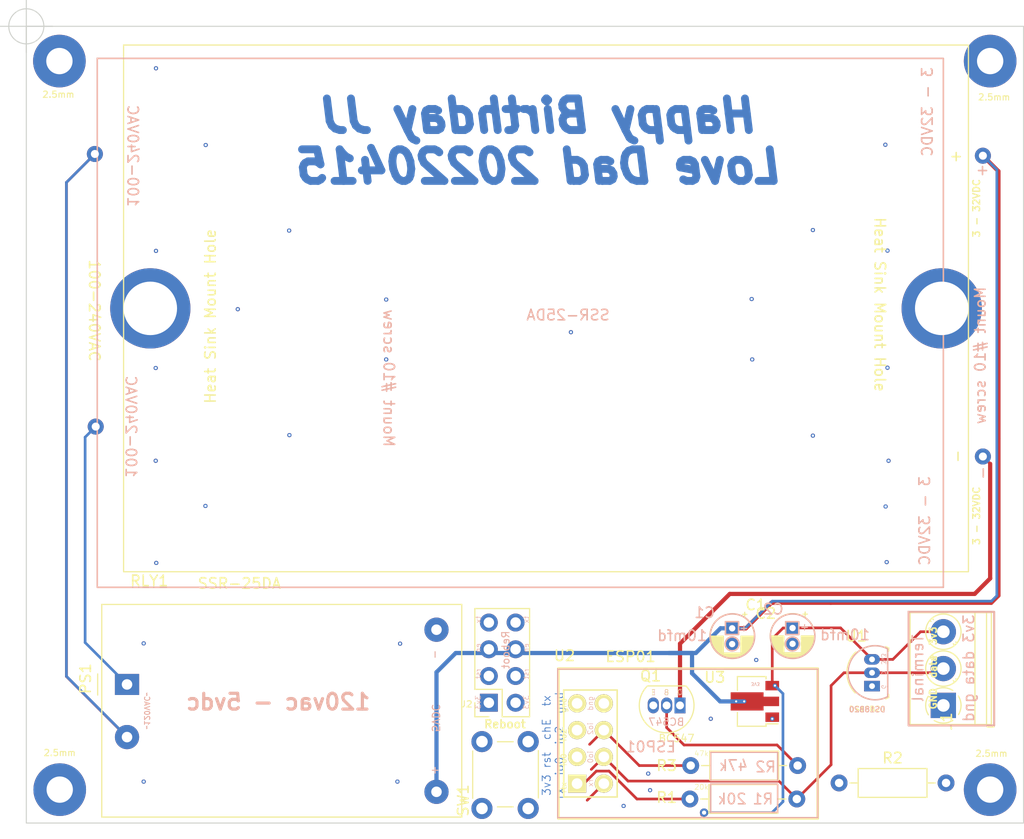
<source format=kicad_pcb>
(kicad_pcb (version 20211014) (generator pcbnew)
  (layers (0 "F.Cu" signal) (31 "B.Cu" signal) (34 "B.Paste" user) (35 "F.Paste" user) (36 "B.SilkS" user "B.Silkscreen") (37 "F.SilkS" user "F.Silkscreen") (38 "B.Mask" user) (39 "F.Mask" user) (44 "Edge.Cuts" user))
  (net 0 "")
  (net 1 "GND")
  (net 2 "+3V3")
  (net 3 "+5VD")
  (net 4 "Net-(Q1-Pad2)")
  (net 5 "Net-(Q1-Pad1)")
  (net 6 "Net-(PS1-Pad1)")
  (net 7 "Net-(PS1-Pad2)")
  (net 8 "/GPIO0")
  (net 9 "/GPIO2")
  (net 10 "/RST")
  (net 11 "/TX GPIO1")
  (net 12 "/RX GPIO3")
  (footprint "Converter_ACDC:Converter_ACDC_HiLink_HLK-PMxx" (layer "F.Cu") (at 21.7595 74.462)
    (fp_text reference "PS1" (at -3.94 -0.55 90) (layer "F.SilkS"))
    (fp_text value "HLK-PM03")
    (fp_line (start -2.79 -1) (end -2.79 1.01) (layer "F.SilkS") (width 0.12))
    (fp_line (start -2.4 -7.6) (end -2.4 12.6) (layer "F.SilkS") (width 0.12))
    (fp_line (start -2.4 12.6) (end 31.8 12.6) (layer "F.SilkS") (width 0.12))
    (fp_line (start 31.8 -7.6) (end -2.4 -7.6) (layer "F.SilkS") (width 0.12))
    (fp_line (start 31.8 12.6) (end 31.8 -7.6) (layer "F.SilkS") (width 0.12))
    (pad "1" thru_hole rect locked (at 0 0) (size 2.3 2) (drill 1) (layers *.Cu *.Mask) (net 6 "Net-(PS1-Pad1)"))
    (pad "2" thru_hole circle locked (at 0 5) (size 2.3 2.3) (drill 1) (layers *.Cu *.Mask) (net 7 "Net-(PS1-Pad2)"))
    (pad "3" thru_hole circle locked (at 29.4 -5.2) (size 2.3 2.3) (drill 1) (layers *.Cu *.Mask) (net 1 "GND"))
    (pad "4" thru_hole circle locked (at 29.4 10.2) (size 2.3 2.3) (drill 1) (layers *.Cu *.Mask) (net 3 "+5VD"))
  )
  (footprint "My_FootPrint_Library:ESP-01" (layer "F.Cu") (at 64.516 76.263302)
    (fp_text reference "U2" (at -1.195 -4.533702) (layer "F.SilkS"))
    (fp_text value "ESP-01v090" hide)
    (fp_text user "ESP01" (at 6.985 4.127698 unlocked) (layer "B.SilkS") (effects (justify mirror)))
    (fp_text user "tx     en    rst    3v3" (at -4.826 -3.873302 90 unlocked) (layer "B.SilkS") (effects (font (size 0.5 0.5) (thickness 0.05)) (justify mirror)))
    (fp_text user "gnd   io2    io0    rx" (at 1.27 3.619698 90 unlocked) (layer "B.SilkS") (effects (font (size 0.5 0.5) (thickness 0.05)) (justify mirror)))
    (fp_text user "rtx    io0   io2    gnd" (at -1.27 4.000698 90 unlocked) (layer "F.SilkS") (effects (font (size 0.508 0.508) (thickness 0.0762))))
    (fp_text user "ESP01" (at 5.08 -4.445 unlocked) (layer "F.SilkS"))
    (fp_line (start -1.27 8.89) (end 1.27 8.89) (layer "F.SilkS") (width 0.1524))
    (fp_line (start -1.778 -3.302) (end 22.86 -3.302) (layer "F.SilkS") (width 0.254))
    (fp_line (start 22.86 -3.302) (end 22.86 10.922) (layer "F.SilkS") (width 0.254))
    (fp_line (start 3.81 8.89) (end 3.81 6.35) (layer "F.SilkS") (width 0.1524))
    (fp_line (start 3.81 -1.27) (end -1.27 -1.27) (layer "F.SilkS") (width 0.1524))
    (fp_line (start -1.27 -1.27) (end -1.27 8.89) (layer "F.SilkS") (width 0.1524))
    (fp_line (start 3.81 6.35) (end 3.81 -1.27) (layer "F.SilkS") (width 0.1524))
    (fp_line (start 22.86 10.922) (end -1.778 10.922) (layer "F.SilkS") (width 0.254))
    (fp_line (start 1.27 8.89) (end 3.81 8.89) (layer "F.SilkS") (width 0.1524))
    (fp_line (start -1.778 10.922) (end -1.778 -3.302) (layer "F.SilkS") (width 0.254))
    (pad "1" thru_hole oval (at 0 0 180) (size 1.7272 1.7272) (drill 1.016) (layers *.Cu *.Mask "F.SilkS") (net 11 "/TX GPIO1"))
    (pad "2" thru_hole oval (at 2.54 0 180) (size 1.7272 1.7272) (drill 1.016) (layers *.Cu *.Mask "F.SilkS") (net 1 "GND"))
    (pad "3" thru_hole oval (at 0 2.54 180) (size 1.7272 1.7272) (drill 1.016) (layers *.Cu *.Mask "F.SilkS") (net 2 "+3V3"))
    (pad "4" thru_hole oval (at 2.54 2.54 180) (size 1.7272 1.7272) (drill 1.016) (layers *.Cu *.Mask "F.SilkS") (net 9 "/GPIO2"))
    (pad "5" thru_hole oval (at 0 5.08 180) (size 1.7272 1.7272) (drill 1.016) (layers *.Cu *.Mask "F.SilkS") (net 10 "/RST"))
    (pad "6" thru_hole oval (at 2.54 5.08 180) (size 1.7272 1.7272) (drill 1.016) (layers *.Cu *.Mask "F.SilkS") (net 8 "/GPIO0"))
    (pad "7" thru_hole rect (at 0 7.62 180) (size 1.7272 1.7272) (drill 1.016) (layers *.Cu *.Mask "F.SilkS") (net 2 "+3V3"))
    (pad "8" thru_hole oval (at 2.54 7.62 180) (size 1.7272 1.7272) (drill 1.016) (layers *.Cu *.Mask "F.SilkS") (net 12 "/RX GPIO3"))
  )
  (footprint "Resistor_THT:R_Axial_DIN0207_L6.3mm_D2.5mm_P10.16mm_Horizontal" (layer "F.Cu") (at 75.231 85.344)
    (fp_text reference "R1" (at -2.206 -0.144) (layer "F.SilkS"))
    (fp_text value "4.7k")
    (fp_line (start 1.04 0) (end 1.81 0) (layer "F.SilkS") (width 0.12))
    (fp_line (start 8.35 1.37) (end 8.35 -1.37) (layer "F.SilkS") (width 0.12))
    (fp_line (start 9.12 0) (end 8.35 0) (layer "F.SilkS") (width 0.12))
    (fp_line (start 1.81 1.37) (end 8.35 1.37) (layer "F.SilkS") (width 0.12))
    (fp_line (start 8.35 -1.37) (end 1.81 -1.37) (layer "F.SilkS") (width 0.12))
    (fp_line (start 1.81 -1.37) (end 1.81 1.37) (layer "F.SilkS") (width 0.12))
    (pad "1" thru_hole circle locked (at 0 0) (size 1.6 1.6) (drill 0.8) (layers *.Cu *.Mask) (net 2 "+3V3"))
    (pad "2" thru_hole oval locked (at 10.16 0) (size 1.6 1.6) (drill 0.8) (layers *.Cu *.Mask) (net 8 "/GPIO0"))
  )
  (footprint "digikey-footprints:TO-92-3" (layer "F.Cu") (at 92.536538 74.62035 90)
    (fp_text reference "U1" (at 4.74495 -1.502938 180) (layer "F.SilkS"))
    (fp_text value "DS18B20_" hide)
    (fp_line (start 3.62 1.6) (end 3.32 1.6) (layer "F.SilkS") (width 0.1))
    (fp_line (start -1.08 1.6) (end -1.23 1.3) (layer "F.SilkS") (width 0.1))
    (fp_line (start -0.78 1.6) (end -1.08 1.6) (layer "F.SilkS") (width 0.1))
    (fp_line (start 3.62 1.6) (end 3.77 1.3) (layer "F.SilkS") (width 0.1))
    (fp_arc (start -0.63 -1.6) (mid 1.305355 -2.372361) (end 3.22 -1.55) (layer "F.SilkS") (width 0.15))
    (pad "1" thru_hole rect locked (at 0 0 270) (size 1 1.5) (drill 0.55) (layers *.Cu *.Mask) (net 1 "GND"))
    (pad "2" thru_hole oval locked (at 1.27 0 270) (size 1 1.5) (drill 0.55) (layers *.Cu *.Mask) (net 8 "/GPIO0"))
    (pad "3" thru_hole oval locked (at 2.54 0 270) (size 1 1.5) (drill 0.55) (layers *.Cu *.Mask) (net 2 "+3V3"))
  )
  (footprint "MountingHole:MountingHole_2.5mm_Pad_TopBottom" (layer "F.Cu") (at 103.759 84.455)
    (fp_text reference "2.5mm" (at 0.127 -3.429 180) (layer "F.SilkS") (effects (font (size 0.6 0.6) (thickness 0.1))))
    (fp_text value "MountingHole_2.5mm_Pad_TopBottom" hide)
    (pad "1" connect circle locked (at 0 0) (size 5 5) (layers "B.Cu" "B.Mask"))
    (pad "1" connect circle locked (at 0 0) (size 5 5) (layers "F.Cu" "F.Mask"))
    (pad "1" thru_hole circle locked (at 0 0) (size 2.9 2.9) (drill 2.5) (layers *.Cu *.Mask))
  )
  (footprint "My_FootPrint_Library:SSR-25 DA" (layer "F.Cu") (at 21.4325 13.716)
    (fp_text reference "RLY1" (at 2.4384 50.9016 unlocked) (layer "F.SilkS"))
    (fp_text value "SSR-25DA")
    (fp_text user "-" (at 81.6 40.65 90 unlocked) (layer "B.SilkS"))
    (fp_text user "SSR-25DA" (at 42.225 25.65 unlocked) (layer "B.SilkS") (effects (justify mirror)))
    (fp_text user "+" (at 81.6 11.85 unlocked) (layer "B.SilkS"))
    (fp_text user "100-240VAC" (at 0.875 10.525 270 unlocked) (layer "B.SilkS") (effects (justify mirror)))
    (fp_text user "100-240VAC" (at 0.7 36.25 270 unlocked) (layer "B.SilkS") (effects (justify mirror)))
    (fp_text user "Heat Sink Mount Hole" (at 8.25 25.775 90 unlocked) (layer "F.SilkS"))
    (fp_text user "SSR-25DA" (at 11 51.15 unlocked) (layer "F.SilkS"))
    (fp_text user "-" (at 79.2 39.075 90 unlocked) (layer "F.SilkS"))
    (fp_text user "3 - 32VDC" (at 81.025 15.5 90 unlocked) (layer "F.SilkS") (effects (font (size 0.65 0.65) (thickness 0.13))))
    (fp_text user "3 - 32VDC" (at 81.025 44.725 90 unlocked) (layer "F.SilkS") (effects (font (size 0.65 0.65) (thickness 0.13))))
    (fp_text user "Heat Sink Mount Hole" (at 71.85 24.65 270 unlocked) (layer "F.SilkS"))
    (fp_text user "100-240VAC" (at -2.775 25.225 270 unlocked) (layer "F.SilkS"))
    (fp_text user "+" (at 79.1 10.525 unlocked) (layer "F.SilkS"))
    (fp_rect (start 0 0) (end 80.264 50.038) (layer "F.SilkS") (width 0.12) (fill none))
    (pad "0" thru_hole circle (at 2.54 25.019) (size 7.62 7.62) (drill 5.08) (layers *.Cu *.Mask) (net 1 "GND"))
    (pad "0" thru_hole circle (at 77.724 25.019) (size 7.62 7.62) (drill 5.08) (layers *.Cu *.Mask) (net 1 "GND"))
    (pad "1" thru_hole circle (at -2.646751 36.25) (size 1.524 1.524) (drill 0.762) (layers *.Cu *.Mask) (net 6 "Net-(PS1-Pad1)"))
    (pad "2" thru_hole circle (at -2.727313 10.35) (size 1.524 1.524) (drill 0.762) (layers *.Cu *.Mask) (net 7 "Net-(PS1-Pad2)"))
    (pad "3" thru_hole circle (at 81.6356 10.5156) (size 1.524 1.524) (drill 0.762) (layers *.Cu *.Mask) (net 3 "+5VD"))
    (pad "4" thru_hole circle (at 81.6356 39.0906) (size 1.524 1.524) (drill 0.762) (layers *.Cu *.Mask) (net 5 "Net-(Q1-Pad1)"))
  )
  (footprint "Package_TO_SOT_THT:TO-92_Inline" (layer "F.Cu") (at 74.295 76.454 180)
    (fp_text reference "Q1" (at 2.794 2.794) (layer "F.SilkS"))
    (fp_text value "BC547" hide)
    (fp_line (start -0.53 1.85) (end 3.07 1.85) (layer "F.SilkS") (width 0.12))
    (fp_arc (start 1.27 -2.6) (mid 3.672087 -0.994977) (end 3.108478 1.838478) (layer "F.SilkS") (width 0.12))
    (fp_arc (start -0.568478 1.838478) (mid -1.132087 -0.994977) (end 1.27 -2.6) (layer "F.SilkS") (width 0.12))
    (pad "1" thru_hole rect locked (at 0 0 180) (size 1.05 1.5) (drill 0.75) (layers *.Cu *.Mask) (net 5 "Net-(Q1-Pad1)"))
    (pad "2" thru_hole oval locked (at 1.27 0 180) (size 1.05 1.5) (drill 0.75) (layers *.Cu *.Mask) (net 4 "Net-(Q1-Pad2)"))
    (pad "3" thru_hole oval locked (at 2.54 0 180) (size 1.05 1.5) (drill 0.75) (layers *.Cu *.Mask) (net 1 "GND"))
  )
  (footprint "TerminalBlock_Phoenix:TerminalBlock_Phoenix_PT-1,5-3-3.5-H_1x03_P3.50mm_Horizontal" (layer "F.Cu") (at 99.314 76.454 90)
    (fp_text reference "J1" (at -1.524 0.3048 90) (layer "F.SilkS"))
    (fp_text value "Screw_Terminal_01x03" hide)
    (fp_line (start 8.275 -1.069) (end 8.146 -0.941) (layer "F.SilkS") (width 0.12))
    (fp_line (start 8.07 -1.275) (end 7.976 -1.181) (layer "F.SilkS") (width 0.12))
    (fp_line (start -1.81 -3.16) (end 8.81 -3.16) (layer "F.SilkS") (width 0.12))
    (fp_line (start 4.775 -1.069) (end 4.646 -0.941) (layer "F.SilkS") (width 0.12))
    (fp_line (start 4.57 -1.275) (end 4.476 -1.181) (layer "F.SilkS") (width 0.12))
    (fp_line (start -2.05 4.8) (end -1.65 4.8) (layer "F.SilkS") (width 0.12))
    (fp_line (start 6.025 1.181) (end 5.931 1.274) (layer "F.SilkS") (width 0.12))
    (fp_line (start 8.81 -3.16) (end 8.81 4.56) (layer "F.SilkS") (width 0.12))
    (fp_line (start -1.81 3) (end 8.81 3) (layer "F.SilkS") (width 0.12))
    (fp_line (start 5.855 0.941) (end 5.726 1.069) (layer "F.SilkS") (width 0.12))
    (fp_line (start 2.355 0.941) (end 2.226 1.069) (layer "F.SilkS") (width 0.12))
    (fp_line (start 2.525 1.181) (end 2.431 1.274) (layer "F.SilkS") (width 0.12))
    (fp_line (start -1.81 4.56) (end 8.81 4.56) (layer "F.SilkS") (width 0.12))
    (fp_line (start -2.05 4.16) (end -2.05 4.8) (layer "F.SilkS") (width 0.12))
    (fp_line (start -1.81 4.1) (end 8.81 4.1) (layer "F.SilkS") (width 0.12))
    (fp_line (start -1.81 -3.16) (end -1.81 4.56) (layer "F.SilkS") (width 0.12))
    (fp_arc (start -0.889894 -1.425358) (mid -0.014012 -1.680286) (end 0.866 -1.44) (layer "F.SilkS") (width 0.12))
    (fp_arc (start -1.425358 0.889894) (mid -1.680286 0.014012) (end -1.44 -0.866) (layer "F.SilkS") (width 0.12))
    (fp_arc (start 1.425504 -0.890193) (mid 1.680626 0.000476) (end 1.425 0.891) (layer "F.SilkS") (width 0.12))
    (fp_arc (start 0.890264 1.424721) (mid 0.463071 1.61492) (end 0 1.68) (layer "F.SilkS") (width 0.12))
    (fp_arc (start 0.028674 1.680099) (mid -0.435535 1.622918) (end -0.866 1.44) (layer "F.SilkS") (width 0.12))
    (fp_circle (center 7 0) (end 8.68 0) (layer "F.SilkS") (width 0.12) (fill none))
    (fp_circle (center 3.5 0) (end 5.18 0) (layer "F.SilkS") (width 0.12) (fill none))
    (pad "1" thru_hole rect locked (at 0 0 90) (size 2.4 2.4) (drill 1.2) (layers *.Cu *.Mask) (net 1 "GND"))
    (pad "2" thru_hole circle locked (at 3.5 0 90) (size 2.4 2.4) (drill 1.2) (layers *.Cu *.Mask) (net 8 "/GPIO0"))
    (pad "3" thru_hole circle locked (at 7 0 90) (size 2.4 2.4) (drill 1.2) (layers *.Cu *.Mask) (net 2 "+3V3"))
  )
  (footprint "Library:PinSocket_2x04_P2.54mm_Vertical" (layer "F.Cu") (at 56.134 76.2 180)
    (fp_text reference "J2" (at 2.1136 -0.137) (layer "F.SilkS") (effects (font (size 0.6 0.65) (thickness 0.1))))
    (fp_text value "Conn_02x04_Odd_Even_MountingPin" hide)
    (fp_line (start -3.87 -1.33) (end -3.87 8.95) (layer "F.SilkS") (width 0.12))
    (fp_line (start -1.27 -1.33) (end -1.27 1.27) (layer "F.SilkS") (width 0.12))
    (fp_line (start 1.33 -1.33) (end 1.33 0) (layer "F.SilkS") (width 0.12))
    (fp_line (start -3.87 -1.33) (end -1.27 -1.33) (layer "F.SilkS") (width 0.12))
    (fp_line (start -3.87 8.95) (end 1.33 8.95) (layer "F.SilkS") (width 0.12))
    (fp_line (start -1.27 1.27) (end 1.33 1.27) (layer "F.SilkS") (width 0.12))
    (fp_line (start 1.33 1.27) (end 1.33 8.95) (layer "F.SilkS") (width 0.12))
    (fp_line (start 0 -1.33) (end 1.33 -1.33) (layer "F.SilkS") (width 0.12))
    (pad "1" thru_hole oval (at 0 7.62 180) (size 1.7 1.7) (drill 1) (layers *.Cu *.Mask) (net 11 "/TX GPIO1"))
    (pad "2" thru_hole oval (at -2.54 7.62 180) (size 1.7 1.7) (drill 1) (layers *.Cu *.Mask) (net 1 "GND"))
    (pad "3" thru_hole oval (at 0 5.08 180) (size 1.7 1.7) (drill 1) (layers *.Cu *.Mask) (net 2 "+3V3"))
    (pad "4" thru_hole oval (at -2.54 5.08 180) (size 1.7 1.7) (drill 1) (layers *.Cu *.Mask) (net 9 "/GPIO2"))
    (pad "5" thru_hole oval (at 0 2.54 180) (size 1.7 1.7) (drill 1) (layers *.Cu *.Mask) (net 10 "/RST"))
    (pad "6" thru_hole oval (at -2.54 2.54 180) (size 1.7 1.7) (drill 1) (layers *.Cu *.Mask) (net 8 "/GPIO0"))
    (pad "7" thru_hole rect (at 0 0 180) (size 1.7 1.7) (drill 1) (layers *.Cu *.Mask) (net 2 "+3V3"))
    (pad "8" thru_hole oval (at -2.54 0 180) (size 1.7 1.7) (drill 1) (layers *.Cu *.Mask) (net 12 "/RX GPIO3"))
  )
  (footprint "Capacitor_THT:CP_Radial_D4.0mm_P1.50mm" (layer "F.Cu") (at 79.248 69.127401 -90)
    (fp_text reference "C1" (at -2.223801 -2.2352) (layer "F.SilkS"))
    (fp_text value "10mfd" hide)
    (fp_line (start 1.671 -1.87) (end 1.671 -0.84) (layer "F.SilkS") (width 0.12))
    (fp_line (start 1.35 -1.994) (end 1.35 -0.84) (layer "F.SilkS") (width 0.12))
    (fp_line (start 1.471 0.84) (end 1.471 1.954) (layer "F.SilkS") (width 0.12))
    (fp_line (start 1.39 0.84) (end 1.39 1.982) (layer "F.SilkS") (width 0.12))
    (fp_line (start 2.231 0.84) (end 2.231 1.478) (layer "F.SilkS") (width 0.12))
    (fp_line (start 1.631 0.84) (end 1.631 1.889) (layer "F.SilkS") (width 0.12))
    (fp_line (start 1.43 0.84) (end 1.43 1.968) (layer "F.SilkS") (width 0.12))
    (fp_line (start 2.711 -0.768) (end 2.711 0.768) (layer "F.SilkS") (width 0.12))
    (fp_line (start 1.631 -1.889) (end 1.631 -0.84) (layer "F.SilkS") (width 0.12))
    (fp_line (start 1.39 -1.982) (end 1.39 -0.84) (layer "F.SilkS") (width 0.12))
    (fp_line (start -1.319801 -1.395) (end -1.319801 -0.995) (layer "F.SilkS") (width 0.12))
    (fp_line (start 2.831 -0.37) (end 2.831 0.37) (layer "F.SilkS") (width 0.12))
    (fp_line (start 2.071 0.84) (end 2.071 1.619) (layer "F.SilkS") (width 0.12))
    (fp_line (start 1.511 0.84) (end 1.511 1.94) (layer "F.SilkS") (width 0.12))
    (fp_line (start 2.191 -1.516) (end 2.191 -0.84) (layer "F.SilkS") (width 0.12))
    (fp_line (start 2.751 -0.664) (end 2.751 0.664) (layer "F.SilkS") (width 0.12))
    (fp_line (start 2.151 0.84) (end 2.151 1.552) (layer "F.SilkS") (width 0.12))
    (fp_line (start 2.311 0.84) (end 2.311 1.396) (layer "F.SilkS") (width 0.12))
    (fp_line (start 1.991 -1.68) (end 1.991 -0.84) (layer "F.SilkS") (width 0.12))
    (fp_line (start 1.551 0.84) (end 1.551 1.924) (layer "F.SilkS") (width 0.12))
    (fp_line (start 1.551 -1.924) (end 1.551 -0.84) (layer "F.SilkS") (width 0.12))
    (fp_line (start 0.99 0.84) (end 0.99 2.067) (layer "F.SilkS") (width 0.12))
    (fp_line (start 2.591 -1.013) (end 2.591 1.013) (layer "F.SilkS") (width 0.12))
    (fp_line (start 0.87 -2.077) (end 0.87 -0.84) (layer "F.SilkS") (width 0.12))
    (fp_line (start 1.19 0.84) (end 1.19 2.034) (layer "F.SilkS") (width 0.12))
    (fp_line (start 1.671 0.84) (end 1.671 1.87) (layer "F.SilkS") (width 0.12))
    (fp_line (start 2.671 -0.859) (end 2.671 0.859) (layer "F.SilkS") (width 0.12))
    (fp_line (start 1.751 0.84) (end 1.751 1.83) (layer "F.SilkS") (width 0.12))
    (fp_line (start 2.431 -1.254) (end 2.431 1.254) (layer "F.SilkS") (width 0.12))
    (fp_line (start 1.03 -2.062) (end 1.03 -0.84) (layer "F.SilkS") (width 0.12))
    (fp_line (start 1.791 -1.808) (end 1.791 -0.84) (layer "F.SilkS") (width 0.12))
    (fp_line (start 1.07 0.84) (end 1.07 2.056) (layer "F.SilkS") (width 0.12))
    (fp_line (start 1.35 0.84) (end 1.35 1.994) (layer "F.SilkS") (width 0.12))
    (fp_line (start 2.191 0.84) (end 2.191 1.516) (layer "F.SilkS") (width 0.12))
    (fp_line (start 2.471 -1.2) (end 2.471 1.2) (layer "F.SilkS") (width 0.12))
    (fp_line (start 1.591 -1.907) (end 1.591 -0.84) (layer "F.SilkS") (width 0.12))
    (fp_line (start 1.07 -2.056) (end 1.07 -0.84) (layer "F.SilkS") (width 0.12))
    (fp_line (start 1.23 -2.025) (end 1.23 -0.84) (layer "F.SilkS") (width 0.12))
    (fp_line (start 0.87 0.84) (end 0.87 2.077) (layer "F.SilkS") (width 0.12))
    (fp_line (start 2.391 -1.304) (end 2.391 1.304) (layer "F.SilkS") (width 0.12))
    (fp_line (start 0.95 0.84) (end 0.95 2.071) (layer "F.SilkS") (width 0.12))
    (fp_line (start 2.351 -1.351) (end 2.351 1.351) (layer "F.SilkS") (width 0.12))
    (fp_line (start 1.831 -1.785) (end 1.831 -0.84) (layer "F.SilkS") (width 0.12))
    (fp_line (start 2.631 -0.94) (end 2.631 0.94) (layer "F.SilkS") (width 0.12))
    (fp_line (start 2.271 -1.438) (end 2.271 -0.84) (layer "F.SilkS") (width 0.12))
    (fp_line (start 1.15 -2.042) (end 1.15 -0.84) (layer "F.SilkS") (width 0.12))
    (fp_line (start 1.951 -1.708) (end 1.951 -0.84) (layer "F.SilkS") (width 0.12))
    (fp_line (start 1.19 -2.034) (end 1.19 -0.84) (layer "F.SilkS") (width 0.12))
    (fp_line (start 1.27 -2.016) (end 1.27 -0.84) (layer "F.SilkS") (width 0.12))
    (fp_line (start 2.551 -1.08) (end 2.551 1.08) (layer "F.SilkS") (width 0.12))
    (fp_line (start 2.511 -1.142) (end 2.511 1.142) (layer "F.SilkS") (width 0.12))
    (fp_line (start 0.79 0.84) (end 0.79 2.08) (layer "F.SilkS") (width 0.12))
    (fp_line (start 1.911 0.84) (end 1.911 1.735) (layer "F.SilkS") (width 0.12))
    (fp_line (start 2.031 -1.65) (end 2.031 -0.84) (layer "F.SilkS") (width 0.12))
    (fp_line (start 2.271 0.84) (end 2.271 1.438) (layer "F.SilkS") (width 0.12))
    (fp_line (start 1.15 0.84) (end 1.15 2.042) (layer "F.SilkS") (width 0.12))
    (fp_line (start 1.27 0.84) (end 1.27 2.016) (layer "F.SilkS") (width 0.12))
    (fp_line (start 1.871 -1.76) (end 1.871 -0.84) (layer "F.SilkS") (width 0.12))
    (fp_line (start 0.83 -2.079) (end 0.83 -0.84) (layer "F.SilkS") (width 0.12))
    (fp_line (start 0.95 -2.071) (end 0.95 -0.84) (layer "F.SilkS") (width 0.12))
    (fp_line (start 0.91 0.84) (end 0.91 2.074) (layer "F.SilkS") (width 0.12))
    (fp_line (start 0.75 -2.08) (end 0.75 -0.84) (layer "F.SilkS") (width 0.12))
    (fp_line (start 1.11 0.84) (end 1.11 2.05) (layer "F.SilkS") (width 0.12))
    (fp_line (start 2.071 -1.619) (end 2.071 -0.84) (layer "F.SilkS") (width 0.12))
    (fp_line (start 1.871 0.84) (end 1.871 1.76) (layer "F.SilkS") (width 0.12))
    (fp_line (start 1.791 0.84) (end 1.791 1.808) (layer "F.SilkS") (width 0.12))
    (fp_line (start 2.111 -1.587) (end 2.111 -0.84) (layer "F.SilkS") (width 0.12))
    (fp_line (start 1.31 0.84) (end 1.31 2.005) (layer "F.SilkS") (width 0.12))
    (fp_line (start 1.711 0.84) (end 1.711 1.851) (layer "F.SilkS") (width 0.12))
    (fp_line (start 2.111 0.84) (end 2.111 1.587) (layer "F.SilkS") (width 0.12))
    (fp_line (start 2.031 0.84) (end 2.031 1.65) (layer "F.SilkS") (width 0.12))
    (fp_line (start 1.751 -1.83) (end 1.751 -0.84) (layer "F.SilkS") (width 0.12))
    (fp_line (start 1.43 -1.968) (end 1.43 -0.84) (layer "F.SilkS") (width 0.12))
    (fp_line (start 1.591 0.84) (end 1.591 1.907) (layer "F.SilkS") (width 0.12))
    (fp_line (start 1.03 0.84) (end 1.03 2.062) (layer "F.SilkS") (width 0.12))
    (fp_line (start 0.99 -2.067) (end 0.99 -0.84) (layer "F.SilkS") (width 0.12))
    (fp_line (start 0.79 -2.08) (end 0.79 -0.84) (layer "F.SilkS") (width 0.12))
    (fp_line (start -1.519801 -1.195) (end -1.119801 -1.195) (layer "F.SilkS") (width 0.12))
    (fp_line (start 0.91 -2.074) (end 0.91 -0.84) (layer "F.SilkS") (width 0.12))
    (fp_line (start 1.23 0.84) (end 1.23 2.025) (layer "F.SilkS") (width 0.12))
    (fp_line (start 2.151 -1.552) (end 2.151 -0.84) (layer "F.SilkS") (width 0.12))
    (fp_line (start 1.911 -1.735) (end 1.911 -0.84) (layer "F.SilkS") (width 0.12))
    (fp_line (start 1.31 -2.005) (end 1.31 -0.84) (layer "F.SilkS") (width 0.12))
    (fp_line (start 0.75 0.84) (end 0.75 2.08) (layer "F.SilkS") (width 0.12))
    (fp_line (start 1.711 -1.851) (end 1.711 -0.84) (layer "F.SilkS") (width 0.12))
    (fp_line (start 1.831 0.84) (end 1.831 1.785) (layer "F.SilkS") (width 0.12))
    (fp_line (start 1.951 0.84) (end 1.951 1.708) (layer "F.SilkS") (width 0.12))
    (fp_line (start 1.471 -1.954) (end 1.471 -0.84) (layer "F.SilkS") (width 0.12))
    (fp_line (start 2.311 -1.396) (end 2.311 -0.84) (layer "F.SilkS") (width 0.12))
    (fp_line (start 1.11 -2.05) (end 1.11 -0.84) (layer "F.SilkS") (width 0.12))
    (fp_line (start 2.231 -1.478) (end 2.231 -0.84) (layer "F.SilkS") (width 0.12))
    (fp_line (start 1.511 -1.94) (end 1.511 -0.84) (layer "F.SilkS") (width 0.12))
    (fp_line (start 1.991 0.84) (end 1.991 1.68) (layer "F.SilkS") (width 0.12))
    (fp_line (start 2.791 -0.537) (end 2.791 0.537) (layer "F.SilkS") (width 0.12))
    (fp_line (start 0.83 0.84) (end 0.83 2.079) (layer "F.SilkS") (width 0.12))
    (fp_circle (center 0.75 0) (end 2.87 0) (layer "F.SilkS") (width 0.12) (fill none))
    (pad "1" thru_hole rect locked (at 0 0 270) (size 1.2 1.2) (drill 0.6) (layers *.Cu *.Mask) (net 3 "+5VD"))
    (pad "2" thru_hole circle locked (at 1.5 0 270) (size 1.2 1.2) (drill 0.6) (layers *.Cu *.Mask) (net 1 "GND"))
  )
  (footprint "Package_TO_SOT_SMD:SOT-89-3" (layer "F.Cu") (at 81.407 76.073 180)
    (fp_text reference "U3" (at 3.81 2.286) (layer "F.SilkS"))
    (fp_text value "H7333" hide)
    (fp_line (start -1.06 2.36) (end -1.06 2.13) (layer "F.SilkS") (width 0.12))
    (fp_line (start 1.66 1.05) (end 1.66 2.36) (layer "F.SilkS") (width 0.12))
    (fp_line (start -1.06 -2.36) (end -1.06 -2.13) (layer "F.SilkS") (width 0.12))
    (fp_line (start -2.2 -2.13) (end -1.06 -2.13) (layer "F.SilkS") (width 0.12))
    (fp_line (start -1.06 -2.36) (end 1.66 -2.36) (layer "F.SilkS") (width 0.12))
    (fp_line (start 1.66 2.36) (end -1.06 2.36) (layer "F.SilkS") (width 0.12))
    (fp_line (start 1.66 -2.36) (end 1.66 -1.05) (layer "F.SilkS") (width 0.12))
    (pad "1" smd rect locked (at -1.65 -1.5 180) (size 1.3 0.9) (layers "F.Cu" "F.Paste" "F.Mask") (net 1 "GND"))
    (pad "2" smd custom locked (at -1.5625 0 180) (size 1.475 0.9) (layers "F.Cu" "F.Paste" "F.Mask") (net 3 "+5VD") (options (clearance outline) (anchor rect)) (primitives (gr_poly (pts (xy 3.8625 0.8665) (xy 0.7375 0.8665) (xy 0.7375 -0.8665) (xy 3.8625 -0.8665)) (width 0) (fill yes))))
    (pad "3" smd rect locked (at -1.65 1.5 180) (size 1.3 0.9) (layers "F.Cu" "F.Paste" "F.Mask") (net 2 "+3V3"))
  )
  (footprint "MountingHole:MountingHole_2.5mm_Pad_TopBottom" (layer "F.Cu") (at 103.759 15.24)
    (fp_text reference "2.5mm" (at 0.381 3.429 180) (layer "F.SilkS") (effects (font (size 0.6 0.6) (thickness 0.1))))
    (fp_text value "MountingHole_2.5mm_Pad_TopBottom" hide)
    (pad "." connect circle locked (at 0 0) (size 5 5) (layers "F.Cu" "F.Mask"))
    (pad "1" connect circle locked (at 0 0) (size 5 5) (layers "B.Cu" "B.Mask"))
    (pad "1" thru_hole circle locked (at 0 0) (size 2.9 2.9) (drill 2.5) (layers *.Cu *.Mask))
  )
  (footprint "MountingHole:MountingHole_2.5mm_Pad_TopBottom" (layer "F.Cu") (at 15.33635 15.24)
    (fp_text reference "2.5mm" (at -0.09635 3.175) (layer "F.SilkS") (effects (font (size 0.6 0.6) (thickness 0.1))))
    (fp_text value "MountingHole_2.5mm_Pad_TopBottom" hide)
    (pad "1" thru_hole circle locked (at 0 0) (size 2.9 2.9) (drill 2.5) (layers *.Cu *.Mask))
    (pad "1" connect circle locked (at 0 0) (size 5 5) (layers "F.Cu" "F.Mask"))
    (pad "1" connect circle locked (at 0 0) (size 5 5) (layers "B.Cu" "B.Mask"))
  )
  (footprint "Library:SW_PUSH_6mm_H5mm" (layer "F.Cu") (at 55.478 86.243 90)
    (fp_text reference "SW1" (at 0.762 -1.778 90) (layer "F.SilkS"))
    (fp_text value "SW_Push" hide)
    (fp_line (start 5.46 -0.88) (end 0.96 -0.88) (layer "F.SilkS") (width 0.12))
    (fp_line (start 6.34 2.97) (end 6.34 1.47) (layer "F.SilkS") (width 0.12))
    (fp_line (start 1 5.36) (end 5.5 5.36) (layer "F.SilkS") (width 0.12))
    (fp_line (start 0.15 1.47) (end 0.15 2.97) (layer "F.SilkS") (width 0.12))
    (pad "1" thru_hole circle (at 0 0 180) (size 2 2) (drill 1.1) (layers *.Cu *.Mask) (net 10 "/RST"))
    (pad "1" thru_hole circle (at 6.35 0 180) (size 2 2) (drill 1.1) (layers *.Cu *.Mask) (net 10 "/RST"))
    (pad "2" thru_hole circle (at 0 4.3942 180) (size 2 2) (drill 1.1) (layers *.Cu *.Mask) (net 1 "GND"))
    (pad "2" thru_hole circle (at 6.35 4.3942 180) (size 2 2) (drill 1.1) (layers *.Cu *.Mask) (net 1 "GND"))
  )
  (footprint "Resistor_THT:R_Axial_DIN0207_L6.3mm_D2.5mm_P10.16mm_Horizontal" (layer "F.Cu") (at 89.408 83.82)
    (fp_text reference "R2" (at 5.08 -2.37) (layer "F.SilkS"))
    (fp_text value "10k")
    (fp_line (start 1.04 0) (end 1.81 0) (layer "F.SilkS") (width 0.12))
    (fp_line (start 8.35 1.37) (end 8.35 -1.37) (layer "F.SilkS") (width 0.12))
    (fp_line (start 8.35 -1.37) (end 1.81 -1.37) (layer "F.SilkS") (width 0.12))
    (fp_line (start 1.81 1.37) (end 8.35 1.37) (layer "F.SilkS") (width 0.12))
    (fp_line (start 9.12 0) (end 8.35 0) (layer "F.SilkS") (width 0.12))
    (fp_line (start 1.81 -1.37) (end 1.81 1.37) (layer "F.SilkS") (width 0.12))
    (pad "1" thru_hole circle locked (at 0 0) (size 1.6 1.6) (drill 0.8) (layers *.Cu *.Mask) (net 2 "+3V3"))
    (pad "2" thru_hole oval locked (at 10.16 0) (size 1.6 1.6) (drill 0.8) (layers *.Cu *.Mask) (net 9 "/GPIO2"))
  )
  (footprint "Capacitor_THT:CP_Radial_D4.0mm_P1.50mm" (layer "F.Cu") (at 84.9884 69.102001 -90)
    (fp_text reference "C2" (at -1.385601 2.54) (layer "F.SilkS"))
    (fp_text value "10mfd" hide)
    (fp_line (start 1.911 -1.735) (end 1.911 -0.84) (layer "F.SilkS") (width 0.12))
    (fp_line (start 1.751 0.84) (end 1.751 1.83) (layer "F.SilkS") (width 0.12))
    (fp_line (start 1.35 0.84) (end 1.35 1.994) (layer "F.SilkS") (width 0.12))
    (fp_line (start 1.471 0.84) (end 1.471 1.954) (layer "F.SilkS") (width 0.12))
    (fp_line (start 2.111 0.84) (end 2.111 1.587) (layer "F.SilkS") (width 0.12))
    (fp_line (start 1.39 -1.982) (end 1.39 -0.84) (layer "F.SilkS") (width 0.12))
    (fp_line (start 0.83 -2.079) (end 0.83 -0.84) (layer "F.SilkS") (width 0.12))
    (fp_line (start 1.831 -1.785) (end 1.831 -0.84) (layer "F.SilkS") (width 0.12))
    (fp_line (start 1.991 -1.68) (end 1.991 -0.84) (layer "F.SilkS") (width 0.12))
    (fp_line (start 1.23 -2.025) (end 1.23 -0.84) (layer "F.SilkS") (width 0.12))
    (fp_line (start 0.75 -2.08) (end 0.75 -0.84) (layer "F.SilkS") (width 0.12))
    (fp_line (start 2.591 -1.013) (end 2.591 1.013) (layer "F.SilkS") (width 0.12))
    (fp_line (start 2.151 -1.552) (end 2.151 -0.84) (layer "F.SilkS") (width 0.12))
    (fp_line (start 0.87 0.84) (end 0.87 2.077) (layer "F.SilkS") (width 0.12))
    (fp_line (start 1.591 0.84) (end 1.591 1.907) (layer "F.SilkS") (width 0.12))
    (fp_line (start 0.75 0.84) (end 0.75 2.08) (layer "F.SilkS") (width 0.12))
    (fp_line (start 1.631 0.84) (end 1.631 1.889) (layer "F.SilkS") (width 0.12))
    (fp_line (start 2.391 -1.304) (end 2.391 1.304) (layer "F.SilkS") (width 0.12))
    (fp_line (start 1.27 0.84) (end 1.27 2.016) (layer "F.SilkS") (width 0.12))
    (fp_line (start 2.031 -1.65) (end 2.031 -0.84) (layer "F.SilkS") (width 0.12))
    (fp_line (start 2.671 -0.859) (end 2.671 0.859) (layer "F.SilkS") (width 0.12))
    (fp_line (start 1.551 0.84) (end 1.551 1.924) (layer "F.SilkS") (width 0.12))
    (fp_line (start 1.39 0.84) (end 1.39 1.982) (layer "F.SilkS") (width 0.12))
    (fp_line (start 1.43 -1.968) (end 1.43 -0.84) (layer "F.SilkS") (width 0.12))
    (fp_line (start 2.031 0.84) (end 2.031 1.65) (layer "F.SilkS") (width 0.12))
    (fp_line (start 2.111 -1.587) (end 2.111 -0.84) (layer "F.SilkS") (width 0.12))
    (fp_line (start 0.79 -2.08) (end 0.79 -0.84) (layer "F.SilkS") (width 0.12))
    (fp_line (start 0.95 0.84) (end 0.95 2.071) (layer "F.SilkS") (width 0.12))
    (fp_line (start 1.471 -1.954) (end 1.471 -0.84) (layer "F.SilkS") (width 0.12))
    (fp_line (start 1.631 -1.889) (end 1.631 -0.84) (layer "F.SilkS") (width 0.12))
    (fp_line (start 1.671 0.84) (end 1.671 1.87) (layer "F.SilkS") (width 0.12))
    (fp_line (start 1.23 0.84) (end 1.23 2.025) (layer "F.SilkS") (width 0.12))
    (fp_line (start 1.551 -1.924) (end 1.551 -0.84) (layer "F.SilkS") (width 0.12))
    (fp_line (start 2.071 -1.619) (end 2.071 -0.84) (layer "F.SilkS") (width 0.12))
    (fp_line (start 0.99 -2.067) (end 0.99 -0.84) (layer "F.SilkS") (width 0.12))
    (fp_line (start 1.35 -1.994) (end 1.35 -0.84) (layer "F.SilkS") (width 0.12))
    (fp_line (start 1.19 -2.034) (end 1.19 -0.84) (layer "F.SilkS") (width 0.12))
    (fp_line (start 1.11 -2.05) (end 1.11 -0.84) (layer "F.SilkS") (width 0.12))
    (fp_line (start 2.311 -1.396) (end 2.311 -0.84) (layer "F.SilkS") (width 0.12))
    (fp_line (start 1.15 -2.042) (end 1.15 -0.84) (layer "F.SilkS") (width 0.12))
    (fp_line (start 1.711 0.84) (end 1.711 1.851) (layer "F.SilkS") (width 0.12))
    (fp_line (start 2.231 0.84) (end 2.231 1.478) (layer "F.SilkS") (width 0.12))
    (fp_line (start 2.191 -1.516) (end 2.191 -0.84) (layer "F.SilkS") (width 0.12))
    (fp_line (start 1.911 0.84) (end 1.911 1.735) (layer "F.SilkS") (width 0.12))
    (fp_line (start 2.631 -0.94) (end 2.631 0.94) (layer "F.SilkS") (width 0.12))
    (fp_line (start 1.991 0.84) (end 1.991 1.68) (layer "F.SilkS") (width 0.12))
    (fp_line (start 0.83 0.84) (end 0.83 2.079) (layer "F.SilkS") (width 0.12))
    (fp_line (start 2.511 -1.142) (end 2.511 1.142) (layer "F.SilkS") (width 0.12))
    (fp_line (start 1.791 -1.808) (end 1.791 -0.84) (layer "F.SilkS") (width 0.12))
    (fp_line (start 1.19 0.84) (end 1.19 2.034) (layer "F.SilkS") (width 0.12))
    (fp_line (start 1.27 -2.016) (end 1.27 -0.84) (layer "F.SilkS") (width 0.12))
    (fp_line (start 1.07 0.84) (end 1.07 2.056) (layer "F.SilkS") (width 0.12))
    (fp_line (start 2.751 -0.664) (end 2.751 0.664) (layer "F.SilkS") (width 0.12))
    (fp_line (start 1.751 -1.83) (end 1.751 -0.84) (layer "F.SilkS") (width 0.12))
    (fp_line (start 1.31 -2.005) (end 1.31 -0.84) (layer "F.SilkS") (width 0.12))
    (fp_line (start 1.831 0.84) (end 1.831 1.785) (layer "F.SilkS") (width 0.12))
    (fp_line (start 2.471 -1.2) (end 2.471 1.2) (layer "F.SilkS") (width 0.12))
    (fp_line (start 0.87 -2.077) (end 0.87 -0.84) (layer "F.SilkS") (width 0.12))
    (fp_line (start -1.519801 -1.195) (end -1.119801 -1.195) (layer "F.SilkS") (width 0.12))
    (fp_line (start 2.351 -1.351) (end 2.351 1.351) (layer "F.SilkS") (width 0.12))
    (fp_line (start 1.951 0.84) (end 1.951 1.708) (layer "F.SilkS") (width 0.12))
    (fp_line (start 1.951 -1.708) (end 1.951 -0.84) (layer "F.SilkS") (width 0.12))
    (fp_line (start 1.591 -1.907) (end 1.591 -0.84) (layer "F.SilkS") (width 0.12))
    (fp_line (start 1.15 0.84) (end 1.15 2.042) (layer "F.SilkS") (width 0.12))
    (fp_line (start 2.431 -1.254) (end 2.431 1.254) (layer "F.SilkS") (width 0.12))
    (fp_line (start 0.91 -2.074) (end 0.91 -0.84) (layer "F.SilkS") (width 0.12))
    (fp_line (start 1.43 0.84) (end 1.43 1.968) (layer "F.SilkS") (width 0.12))
    (fp_line (start 1.791 0.84) (end 1.791 1.808) (layer "F.SilkS") (width 0.12))
    (fp_line (start 1.711 -1.851) (end 1.711 -0.84) (layer "F.SilkS") (width 0.12))
    (fp_line (start 1.11 0.84) (end 1.11 2.05) (layer "F.SilkS") (width 0.12))
    (fp_line (start 1.511 0.84) (end 1.511 1.94) (layer "F.SilkS") (width 0.12))
    (fp_line (start 2.271 0.84) (end 2.271 1.438) (layer "F.SilkS") (width 0.12))
    (fp_line (start 2.271 -1.438) (end 2.271 -0.84) (layer "F.SilkS") (width 0.12))
    (fp_line (start 2.711 -0.768) (end 2.711 0.768) (layer "F.SilkS") (width 0.12))
    (fp_line (start 2.071 0.84) (end 2.071 1.619) (layer "F.SilkS") (width 0.12))
    (fp_line (start 1.511 -1.94) (end 1.511 -0.84) (layer "F.SilkS") (width 0.12))
    (fp_line (start 0.95 -2.071) (end 0.95 -0.84) (layer "F.SilkS") (width 0.12))
    (fp_line (start 1.871 -1.76) (end 1.871 -0.84) (layer "F.SilkS") (width 0.12))
    (fp_line (start 2.831 -0.37) (end 2.831 0.37) (layer "F.SilkS") (width 0.12))
    (fp_line (start 1.31 0.84) (end 1.31 2.005) (layer "F.SilkS") (width 0.12))
    (fp_line (start 1.03 -2.062) (end 1.03 -0.84) (layer "F.SilkS") (width 0.12))
    (fp_line (start 2.791 -0.537) (end 2.791 0.537) (layer "F.SilkS") (width 0.12))
    (fp_line (start 0.79 0.84) (end 0.79 2.08) (layer "F.SilkS") (width 0.12))
    (fp_line (start -1.319801 -1.395) (end -1.319801 -0.995) (layer "F.SilkS") (width 0.12))
    (fp_line (start 2.151 0.84) (end 2.151 1.552) (layer "F.SilkS") (width 0.12))
    (fp_line (start 0.99 0.84) (end 0.99 2.067) (layer "F.SilkS") (width 0.12))
    (fp_line (start 1.871 0.84) (end 1.871 1.76) (layer "F.SilkS") (width 0.12))
    (fp_line (start 1.671 -1.87) (end 1.671 -0.84) (layer "F.SilkS") (width 0.12))
    (fp_line (start 2.551 -1.08) (end 2.551 1.08) (layer "F.SilkS") (width 0.12))
    (fp_line (start 2.191 0.84) (end 2.191 1.516) (layer "F.SilkS") (width 0.12))
    (fp_line (start 0.91 0.84) (end 0.91 2.074) (layer "F.SilkS") (width 0.12))
    (fp_line (start 2.231 -1.478) (end 2.231 -0.84) (layer "F.SilkS") (width 0.12))
    (fp_line (start 2.311 0.84) (end 2.311 1.396) (layer "F.SilkS") (width 0.12))
    (fp_line (start 1.03 0.84) (end 1.03 2.062) (layer "F.SilkS") (width 0.12))
    (fp_line (start 1.07 -2.056) (end 1.07 -0.84) (layer "F.SilkS") (width 0.12))
    (fp_circle (center 0.75 0) (end 2.87 0) (layer "F.SilkS") (width 0.12) (fill none))
    (pad "1" thru_hole rect locked (at 0 0 270) (size 1.2 1.2) (drill 0.6) (layers *.Cu *.Mask) (net 2 "+3V3"))
    (pad "2" thru_hole circle locked (at 1.5 0 270) (size 1.2 1.2) (drill 0.6) (layers *.Cu *.Mask) (net 1 "GND"))
  )
  (footprint "MountingHole:MountingHole_2.5mm_Pad_TopBottom" (layer "F.Cu") (at 15.367 84.455)
    (fp_text reference "2.5mm" (at 0 -3.5) (layer "F.SilkS") (effects (font (size 0.6 0.6) (thickness 0.1))))
    (fp_text value "MountingHole_2.5mm_Pad_TopBottom" hide)
    (pad "1" thru_hole circle locked (at 0 0) (size 2.9 2.9) (drill 2.5) (layers *.Cu *.Mask))
    (pad "1" connect circle locked (at 0 0) (size 5 5) (layers "F.Cu" "F.Mask"))
    (pad "1" connect circle locked (at 0 0) (size 5 5) (layers "B.Cu" "B.Mask"))
  )
  (footprint "Resistor_THT:R_Axial_DIN0207_L6.3mm_D2.5mm_P10.16mm_Horizontal" (layer "F.Cu") (at 75.311 82.169)
    (fp_text reference "R3" (at -2.286 0) (layer "F.SilkS"))
    (fp_text value "20k" hide)
    (fp_line (start 1.81 1.37) (end 8.35 1.37) (layer "F.SilkS") (width 0.12))
    (fp_line (start 8.35 -1.37) (end 1.81 -1.37) (layer "F.SilkS") (width 0.12))
    (fp_line (start 9.12 0) (end 8.35 0) (layer "F.SilkS") (width 0.12))
    (fp_line (start 1.81 -1.37) (end 1.81 1.37) (layer "F.SilkS") (width 0.12))
    (fp_line (start 1.04 0) (end 1.81 0) (layer "F.SilkS") (width 0.12))
    (fp_line (start 8.35 1.37) (end 8.35 -1.37) (layer "F.SilkS") (width 0.12))
    (pad "1" thru_hole circle locked (at 0 0) (size 1.6 1.6) (drill 0.8) (layers *.Cu *.Mask) (net 9 "/GPIO2"))
    (pad "2" thru_hole oval locked (at 10.16 0) (size 1.6 1.6) (drill 0.8) (layers *.Cu *.Mask) (net 4 "Net-(Q1-Pad2)"))
  )
  (gr_rect (start 77.206 83.914) (end 83.566 86.614) (layer "B.SilkS") (width 0.15) (fill none))
  (gr_circle (center 84.993901 69.8754) (end 87.102101 69.723) (layer "B.SilkS") (width 0.15) (fill none))
  (gr_arc (start 93.98824 75.64035) (mid 90.256538 73.35035) (end 93.98824 71.06035) (layer "B.SilkS") (width 0.15))
  (gr_rect (start 62.686 87.122) (end 87.376 72.996) (layer "B.SilkS") (width 0.15) (fill none))
  (gr_rect (start 85.578101 68.5038) (end 84.333501 69.723) (layer "B.SilkS") (width 0.15) (fill none))
  (gr_circle (center 79.248 70.607619) (end 79.9084 70.531419) (layer "B.SilkS") (width 0.15) (fill none))
  (gr_rect (start 104.14 67.564) (end 96.012 78.359) (layer "B.SilkS") (width 0.2) (fill none))
  (gr_circle (center 79.2734 69.871019) (end 81.3816 69.718619) (layer "B.SilkS") (width 0.15) (fill none))
  (gr_circle (center 84.968501 70.612) (end 85.628901 70.5358) (layer "B.SilkS") (width 0.15) (fill none))
  (gr_rect (start 18.934 14.986) (end 99.314 65.236) (layer "B.SilkS") (width 0.15) (fill none))
  (gr_rect (start 79.8576 68.499419) (end 78.613 69.718619) (layer "B.SilkS") (width 0.15) (fill none))
  (gr_line (start 94.01824 71.09035) (end 94.02824 75.61035) (layer "B.SilkS") (width 0.15))
  (gr_rect (start 77.211 80.899) (end 83.571 83.599) (layer "B.SilkS") (width 0.15) (fill none))
  (gr_rect (start 106.934 87.63) (end 12.192 11.938) (layer "Edge.Cuts") (width 0.1) (fill none))
  (gr_text "3v3 rst  chE  tx\nrx  io0  io2  gnd\n" (at 62.23 80.264 90) (layer "B.Cu") (effects (font (size 0.762 0.762) (thickness 0.0762))))
  (gr_text "Happy Birthday JJ\nLove Dad 20220415" (at 60.96 22.86) (layer "B.Cu") (effects (font (size 3 3) (thickness 0.75) italic) (justify mirror)))
  (gr_text "DS18B20" (at 92.075 76.835) (layer "B.SilkS") (effects (font (size 0.508 0.508) (thickness 0.1016)) (justify mirror)))
  (gr_text "+" (at 80.3656 69.088) (layer "B.SilkS") (effects (font (size 0.7 0.7) (thickness 0.1))))
  (gr_text "10mfd" (at 89.9668 69.7484) (layer "B.SilkS") (effects (font (size 1 1)) (justify mirror)))
  (gr_text "BC547" (at 72.9996 78.0288) (layer "B.SilkS") (effects (font (size 0.7 0.7) (thickness 0.1)) (justify mirror)))
  (gr_text "C1" (at 76.6318 67.6402) (layer "B.SilkS") (effects (font (size 1 1)) (justify mirror)))
  (gr_text "120vac - 5vdc" (at 36.1188 76.1238) (layer "B.SilkS") (effects (font (size 1.5 1.5) (thickness 0.3)) (justify mirror)))
  (gr_text "Reboot" (at 57.7342 71.1708 90) (layer "B.SilkS") (effects (font (size 0.7 0.7) (thickness 0.1)) (justify mirror)))
  (gr_text "Mount #10 screw" (at 46.6344 45.3644 270) (layer "B.SilkS") (effects (font (size 1 1)) (justify mirror)))
  (gr_text "R2" (at 82.423 82.296) (layer "B.SilkS") (effects (font (size 1 1)) (justify mirror)))
  (gr_text "C  B  E" (at 73.025 75.2348) (layer "B.SilkS") (effects (font (size 0.5 0.5) (thickness 0.04)) (justify mirror)))
  (gr_text "G   D  3v3" (at 93.6244 73.2028 270) (layer "B.SilkS") (effects (font (size 0.4 0.4) (thickness 0.05)) (justify mirror)))
  (gr_text "+      5VDC        -" (at 51.0794 77.1144 270) (layer "B.SilkS") (effects (font (size 0.7 0.7) (thickness 0.1)) (justify mirror)))
  (gr_text "+" (at 86.1314 68.9864) (layer "B.SilkS") (effects (font (size 0.7 0.7) (thickness 0.1))))
  (gr_text "C2" (at 83.1596 67.31) (layer "B.SilkS") (effects (font (size 1 1)) (justify mirror)))
  (gr_text "10mfd" (at 74.4982 69.8246) (layer "B.SilkS") (effects (font (size 1 1)) (justify mirror)))
  (gr_text "tx     en    rst    3v3" (at 55.118 72.39 90) (layer "B.SilkS") (effects (font (size 0.5 0.5) (thickness 0.05)) (justify mirror)))
  (gr_text "3V3" (at 81.4578 74.422 180) (layer "B.SilkS") (effects (font (size 0.3 0.3) (thickness 0.05)) (justify mirror)))
  (gr_text "3 - 32VDC" (at 97.79 20.066 90) (layer "B.SilkS") (effects (font (size 1 1)) (justify mirror)))
  (gr_text "Terminal\n\n\n3v3 data gnd" (at 99.314 72.9245 90) (layer "B.SilkS") (effects (font (size 1 1)) (justify mirror)))
  (gr_text "~120VAC~" (at 23.6474 76.962 270) (layer "B.SilkS") (effects (font (size 0.5 0.5) (thickness 0.09)) (justify mirror)))
  (gr_text "47k" (at 79.375 82.169) (layer "B.SilkS") (effects (font (size 1 1)) (justify mirror)))
  (gr_text "Mount #10 screw" (at 102.8192 43.2054 90) (layer "B.SilkS") (effects (font (size 1 1)) (justify mirror)))
  (gr_text "20k" (at 79.248 85.344) (layer "B.SilkS") (effects (font (size 1 1)) (justify mirror)))
  (gr_text "3 - 32VDC" (at 97.536 58.928 90) (layer "B.SilkS") (effects (font (size 1 1)) (justify mirror)))
  (gr_text "R1" (at 82.169 85.344) (layer "B.SilkS") (effects (font (size 1 1)) (justify mirror)))
  (gr_text "DS18B20" (at 92.075 76.8096) (layer "F.SilkS") (effects (font (size 0.508 0.508) (thickness 0.1016))))
  (gr_text "Reboot" (at 57.658 78.232) (layer "F.SilkS") (effects (font (size 0.762 0.762) (thickness 0.1524))))
  (gr_text "GND  data  3v3" (at 98.3488 72.898 90) (layer "F.SilkS") (effects (font (size 0.65 0.65))))
  (gr_text "E  B  C" (at 73.0504 75.184) (layer "F.SilkS") (effects (font (size 0.5 0.5) (thickness 0.04))))
  (gr_text "20k" (at 76.327 84.201) (layer "F.SilkS") (effects (font (size 0.5 0.5) (thickness 0.05))))
  (gr_text "47k" (at 76.327 81.026) (layer "F.SilkS") (effects (font (size 0.5 0.5) (thickness 0.05))))
  (gr_text "BC547" (at 73.9648 79.5782) (layer "F.SilkS") (effects (font (size 0.7 0.7) (thickness 0.1))))
  (target plus (at 12.192 11.938) (size 5) (width 0.1) (layer "Edge.Cuts"))
  (via (at 23.3426 70.5612) (size 0.4) (drill 0.2) (layers "F.Cu" "B.Cu") (net 1))
  (via (at 81.534 72.136) (size 0.4) (drill 0.2) (layers "F.Cu" "B.Cu") (net 1))
  (via (at 24.511 15.9258) (size 0.4) (drill 0.2) (layers "F.Cu" "B.Cu") (net 1))
  (via (at 77.216 77.724) (size 0.4) (drill 0.2) (layers "F.Cu" "B.Cu") (net 1))
  (via (at 47.4472 83.693) (size 0.4) (drill 0.2) (layers "F.Cu" "B.Cu") (net 1))
  (via (at 24.511 33.274) (size 0.4) (drill 0.2) (layers "F.Cu" "B.Cu") (net 1))
  (via (at 37.1856 50.7746) (size 0.4) (drill 0.2) (layers "F.Cu" "B.Cu") (net 1))
  (via (at 94.0054 44.3738) (size 0.4) (drill 0.2) (layers "F.Cu" "B.Cu") (net 1))
  (via (at 86.9188 31.2928) (size 0.4) (drill 0.2) (layers "F.Cu" "B.Cu") (net 1))
  (via (at 81.153 43.5864) (size 0.4) (drill 0.2) (layers "F.Cu" "B.Cu") (net 1))
  (via (at 29.21 57.5056) (size 0.4) (drill 0.2) (layers "F.Cu" "B.Cu") (net 1))
  (via (at 81.1022 37.846) (size 0.4) (drill 0.2) (layers "F.Cu" "B.Cu") (net 1))
  (via (at 47.7012 70.5866) (size 0.4) (drill 0.2) (layers "F.Cu" "B.Cu") (net 1))
  (via (at 93.9292 62.8396) (size 0.4) (drill 0.2) (layers "F.Cu" "B.Cu") (net 1))
  (via (at 93.8022 23.1902) (size 0.4) (drill 0.2) (layers "F.Cu" "B.Cu") (net 1))
  (via (at 68.9356 86.0044) (size 0.4) (drill 0.2) (layers "F.Cu" "B.Cu") (net 1))
  (via (at 32.2834 38.8112) (size 0.4) (drill 0.2) (layers "F.Cu" "B.Cu") (net 1))
  (via (at 83.058 77.724) (size 0.4) (drill 0.2) (layers "F.Cu" "B.Cu") (net 1))
  (via (at 46.3804 43.5864) (size 0.4) (drill 0.2) (layers "F.Cu" "B.Cu") (net 1))
  (via (at 93.8276 57.5564) (size 0.4) (drill 0.2) (layers "F.Cu" "B.Cu") (net 1))
  (via (at 24.4856 44.3992) (size 0.4) (drill 0.2) (layers "F.Cu" "B.Cu") (net 1))
  (via (at 71.2724 82.931) (size 0.4) (drill 0.2) (layers "F.Cu" "B.Cu") (net 1))
  (via (at 23.3426 83.693) (size 0.4) (drill 0.2) (layers "F.Cu" "B.Cu") (net 1))
  (via (at 24.4856 53.213) (size 0.4) (drill 0.2) (layers "F.Cu" "B.Cu") (net 1))
  (via (at 46.3804 37.8968) (size 0.4) (drill 0.2) (layers "F.Cu" "B.Cu") (net 1))
  (via (at 71.4502 84.5058) (size 0.4) (drill 0.2) (layers "F.Cu" "B.Cu") (net 1))
  (via (at 94.107 53.213) (size 0.4) (drill 0.2) (layers "F.Cu" "B.Cu") (net 1))
  (via (at 24.5364 62.9158) (size 0.4) (drill 0.2) (layers "F.Cu" "B.Cu") (net 1))
  (via (at 86.9188 50.8254) (size 0.4) (drill 0.2) (layers "F.Cu" "B.Cu") (net 1))
  (via (at 29.2354 23.2156) (size 0.4) (drill 0.2) (layers "F.Cu" "B.Cu") (net 1))
  (via (at 37.1602 31.3436) (size 0.4) (drill 0.2) (layers "F.Cu" "B.Cu") (net 1))
  (via (at 94.0054 33.2486) (size 0.4) (drill 0.2) (layers "F.Cu" "B.Cu") (net 1))
  (via (at 63.9318 40.9956) (size 0.4) (drill 0.2) (layers "F.Cu" "B.Cu") (net 1))
  (segment (start 84.085399 69.102001) (end 84.9884 69.102001) (width 0.254) (layer "F.Cu") (net 2))
  (segment (start 92.536538 72.08035) (end 94.51825 72.08035) (width 0.254) (layer "F.Cu") (net 2))
  (segment (start 94.51825 72.08035) (end 97.1446 69.454) (width 0.254) (layer "F.Cu") (net 2))
  (segment (start 64.516 83.883302) (end 64.301791 84.097511) (width 0.254) (layer "F.Cu") (net 2))
  (segment (start 66.347485 82.693191) (end 65.157374 83.883302) (width 0.254) (layer "F.Cu") (net 2))
  (segment (start 70.19977 85.344) (end 67.548961 82.693191) (width 0.254) (layer "F.Cu") (net 2))
  (segment (start 83.057 74.318) (end 83.057 70.1304) (width 0.254) (layer "F.Cu") (net 2))
  (segment (start 84.9884 69.102001) (end 85.002401 69.088) (width 0.254) (layer "F.Cu") (net 2))
  (segment (start 83.312 74.573) (end 83.057 74.318) (width 0.254) (layer "F.Cu") (net 2))
  (segment (start 65.157374 83.883302) (end 64.516 83.883302) (width 0.254) (layer "F.Cu") (net 2))
  (segment (start 85.002401 69.088) (end 89.544188 69.088) (width 0.254) (layer "F.Cu") (net 2))
  (segment (start 97.1446 69.454) (end 99.314 69.454) (width 0.254) (layer "F.Cu") (net 2))
  (segment (start 75.231 85.344) (end 70.19977 85.344) (width 0.254) (layer "F.Cu") (net 2))
  (segment (start 83.057 70.1304) (end 84.085399 69.102001) (width 0.254) (layer "F.Cu") (net 2))
  (segment (start 89.544188 69.088) (end 92.536538 72.08035) (width 0.254) (layer "F.Cu") (net 2))
  (segment (start 64.516 78.803302) (end 64.242213 79.077089) (width 0.254) (layer "F.Cu") (net 2))
  (segment (start 76.581 86.6394) (end 76.3524 86.868) (width 0.254) (layer "F.Cu") (net 2))
  (segment (start 67.548961 82.693191) (end 66.347485 82.693191) (width 0.254) (layer "F.Cu") (net 2))
  (via (at 76.581 86.6394) (size 0.8) (drill 0.4) (layers "F.Cu" "B.Cu") (net 2))
  (via (at 83.312 74.573) (size 0.4) (drill 0.2) (layers "F.Cu" "B.Cu") (net 2))
  (segment (start 76.581 86.6394) (end 83.0326 86.6394) (width 0.254) (layer "B.Cu") (net 2))
  (segment (start 83.0326 86.6394) (end 84.074 85.598) (width 0.254) (layer "B.Cu") (net 2))
  (segment (start 84.074 75.335) (end 83.312 74.573) (width 0.254) (layer "B.Cu") (net 2))
  (segment (start 84.074 85.598) (end 84.074 75.335) (width 0.254) (layer "B.Cu") (net 2))
  (segment (start 88.612881 66.7004) (end 103.8606 66.7004) (width 0.4) (layer "F.Cu") (net 3))
  (segment (start 82.2198 76.073) (end 82.9695 76.073) (width 0.4) (layer "F.Cu") (net 3))
  (segment (start 80.391 76.073) (end 80.0608 76.073) (width 0.254) (layer "F.Cu") (net 3))
  (segment (start 104.5464 66.0146) (end 104.5464 51.1048) (width 0.4) (layer "F.Cu") (net 3))
  (segment (start 79.248 69.127401) (end 80.554799 69.127401) (width 0.4) (layer "F.Cu") (net 3))
  (segment (start 79.248 69.127401) (end 80.5942 69.127401) (width 0.254) (layer "F.Cu") (net 3))
  (segment (start 82.9818 66.7004) (end 88.6206 66.7004) (width 0.4) (layer "F.Cu") (net 3))
  (segment (start 103.8606 66.7004) (end 104.5464 66.0146) (width 0.4) (layer "F.Cu") (net 3))
  (segment (start 80.554799 69.127401) (end 82.9818 66.7004) (width 0.4) (layer "F.Cu") (net 3))
  (segment (start 81.8388 75.692) (end 82.2198 76.073) (width 0.4) (layer "F.Cu") (net 3))
  (segment (start 104.5464 25.7099) (end 103.0681 24.2316) (width 0.4) (layer "F.Cu") (net 3))
  (segment (start 104.5464 51.1048) (end 104.5464 25.7099) (width 0.4) (layer "F.Cu") (net 3))
  (segment (start 82.9695 76.073) (end 80.391 76.073) (width 0.254) (layer "F.Cu") (net 3))
  (via (at 79.629 76.073) (size 0.4) (drill 0.2) (layers "F.Cu" "B.Cu") (net 3))
  (via (at 80.391 76.073) (size 0.4) (drill 0.2) (layers "F.Cu" "B.Cu") (net 3))
  (segment (start 104.394 25.5575) (end 103.0681 24.2316) (width 0.254) (layer "B.Cu") (net 3))
  (segment (start 79.248 69.127401) (end 80.478599 69.127401) (width 0.254) (layer "B.Cu") (net 3))
  (segment (start 51.1595 84.662) (end 51.1595 73.3005) (width 0.4) (layer "B.Cu") (net 3))
  (segment (start 75.4634 71.4756) (end 75.7936 71.4756) (width 0.4) (layer "B.Cu") (net 3))
  (segment (start 75.438 71.628) (end 75.438 73.406) (width 0.4) (layer "B.Cu") (net 3))
  (segment (start 52.9844 71.4756) (end 75.4634 71.4756) (width 0.4) (layer "B.Cu") (net 3))
  (segment (start 78.141799 69.127401) (end 79.248 69.127401) (width 0.4) (layer "B.Cu") (net 3))
  (segment (start 51.1595 73.3005) (end 52.9844 71.4756) (width 0.4) (layer "B.Cu") (net 3))
  (segment (start 75.4634 71.4756) (end 73.2282 71.4756) (width 0.4) (layer "B.Cu") (net 3))
  (segment (start 78.105 76.073) (end 79.629 76.073) (width 0.4) (layer "B.Cu") (net 3))
  (segment (start 75.7936 71.4756) (end 78.141799 69.127401) (width 0.4) (layer "B.Cu") (net 3))
  (segment (start 103.886 66.548) (end 104.394 66.04) (width 0.254) (layer "B.Cu") (net 3))
  (segment (start 104.394 66.04) (end 104.394 25.5575) (width 0.254) (layer "B.Cu") (net 3))
  (segment (start 80.478599 69.127401) (end 83.058 66.548) (width 0.254) (layer "B.Cu") (net 3))
  (segment (start 83.058 66.548) (end 103.886 66.548) (width 0.254) (layer "B.Cu") (net 3))
  (segment (start 79.629 76.073) (end 80.391 76.073) (width 0.4) (layer "B.Cu") (net 3))
  (segment (start 75.438 73.406) (end 78.105 76.073) (width 0.4) (layer "B.Cu") (net 3))
  (segment (start 85.471 82.169) (end 83.5152 80.2132) (width 0.254) (layer "F.Cu") (net 4))
  (segment (start 73.025 78.5622) (end 73.025 76.454) (width 0.254) (layer "F.Cu") (net 4))
  (segment (start 74.676 80.2132) (end 73.025 78.5622) (width 0.254) (layer "F.Cu") (net 4))
  (segment (start 83.5152 80.2132) (end 74.676 80.2132) (width 0.254) (layer "F.Cu") (net 4))
  (segment (start 103.759 64.389) (end 103.759 53.4975) (width 0.4) (layer "F.Cu") (net 5))
  (segment (start 74.295 70.5866) (end 79.0194 65.8622) (width 0.4) (layer "F.Cu") (net 5))
  (segment (start 74.295 76.454) (end 74.295 70.5866) (width 0.4) (layer "F.Cu") (net 5))
  (segment (start 79.0194 65.8622) (end 102.2858 65.8622) (width 0.4) (layer "F.Cu") (net 5))
  (segment (start 103.759 53.4975) (end 103.0681 52.8066) (width 0.254) (layer "F.Cu") (net 5))
  (segment (start 102.2858 65.8622) (end 103.759 64.389) (width 0.4) (layer "F.Cu") (net 5))
  (segment (start 21.7595 74.462) (end 17.78 70.4825) (width 0.254) (layer "B.Cu") (net 6))
  (segment (start 17.78 70.4825) (end 17.78 50.971749) (width 0.254) (layer "B.Cu") (net 6))
  (segment (start 17.78 50.971749) (end 18.785749 49.966) (width 0.254) (layer "B.Cu") (net 6))
  (segment (start 16.002 73.7045) (end 16.002 26.769187) (width 0.254) (layer "F.Cu") (net 7))
  (segment (start 16.002 26.769187) (end 18.705187 24.066) (width 0.254) (layer "F.Cu") (net 7))
  (segment (start 21.7595 79.462) (end 16.002 73.7045) (width 0.254) (layer "F.Cu") (net 7))
  (segment (start 16.002 26.769187) (end 16.002 73.68225) (width 0.254) (layer "B.Cu") (net 7))
  (segment (start 16.002 73.68225) (end 21.7595 79.43975) (width 0.254) (layer "B.Cu") (net 7))
  (segment (start 18.705187 24.066) (end 16.002 26.769187) (width 0.254) (layer "B.Cu") (net 7))
  (segment (start 21.7595 79.43975) (end 21.7595 79.462) (width 0.254) (layer "B.Cu") (net 7))
  (segment (start 67.056 81.343302) (end 65.865889 82.533413) (width 0.254) (layer "F.Cu") (net 8))
  (segment (start 88.646 82.089) (end 85.391 85.344) (width 0.254) (layer "F.Cu") (net 8))
  (segment (start 89.87005 73.35035) (end 88.646 74.5744) (width 0.254) (layer "F.Cu") (net 8))
  (segment (start 83.6892 83.6422) (end 85.391 85.344) (width 0.254) (layer "F.Cu") (net 8))
  (segment (start 88.646 74.5744) (end 88.646 82.089) (width 0.254) (layer "F.Cu") (net 8))
  (segment (start 69.354898 83.6422) (end 83.6892 83.6422) (width 0.254) (layer "F.Cu") (net 8))
  (segment (start 92.536538 73.35035) (end 89.87005 73.35035) (width 0.254) (layer "F.Cu") (net 8))
  (segment (start 98.91765 73.35035) (end 99.314 72.954) (width 0.254) (layer "F.Cu") (net 8))
  (segment (start 92.536538 73.35035) (end 98.91765 73.35035) (width 0.254) (layer "F.Cu") (net 8))
  (segment (start 67.056 81.343302) (end 69.354898 83.6422) (width 0.254) (layer "F.Cu") (net 8))
  (segment (start 70.421698 82.169) (end 67.056 78.803302) (width 0.254) (layer "F.Cu") (net 9))
  (segment (start 75.311 82.169) (end 70.421698 82.169) (width 0.254) (layer "F.Cu") (net 9))
  (segment (start 67.056 78.803302) (end 65.706111 80.153191) (width 0.254) (layer "F.Cu") (net 9))
  (segment (start 64.516 81.343302) (end 64.114813 81.744489) (width 0.254) (layer "F.Cu") (net 10))
  (segment (start 67.056 83.883302) (end 65.478302 85.461) (width 0.254) (layer "F.Cu") (net 12))
)
</source>
